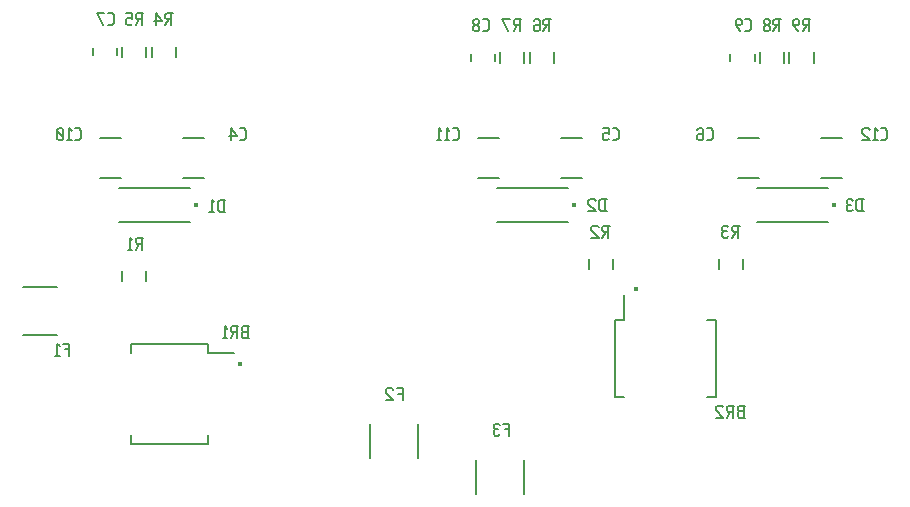
<source format=gbr>
G04 start of page 10 for group -4078 idx -4078 *
G04 Title: EW10A - bias supply, bottomsilk *
G04 Creator: pcb 1.99z *
G04 CreationDate: Wed 13 Aug 2014 11:07:00 PM GMT UTC *
G04 For: eelco *
G04 Format: Gerber/RS-274X *
G04 PCB-Dimensions (mil): 4724.41 3149.61 *
G04 PCB-Coordinate-Origin: lower left *
%MOIN*%
%FSLAX25Y25*%
%LNBOTTOMSILK*%
%ADD85C,0.0080*%
%ADD84C,0.0157*%
%ADD83C,0.0081*%
G54D83*X361024Y179291D02*X383071D01*
X361024Y190787D02*X383071D01*
X384764D01*
X383071Y179291D02*X384764D01*
G54D84*X386732Y185039D03*
G54D83*X352244Y235433D02*Y233071D01*
X360354Y235433D02*Y233071D01*
X362087Y235945D02*Y232559D01*
X370197Y235945D02*Y232559D01*
X382362Y207402D02*X389291D01*
X382362Y194173D02*X389291D01*
X371929Y235945D02*Y232559D01*
X380039Y235945D02*Y232559D01*
X274409Y179291D02*X296457D01*
X274409Y190787D02*X296457D01*
X298150D01*
X296457Y179291D02*X298150D01*
G54D84*X300118Y185039D03*
G54D83*X305000Y167047D02*Y163661D01*
X313110Y167047D02*Y163661D01*
X267598Y100118D02*Y88858D01*
X283583Y100118D02*Y88858D01*
X313937Y146654D02*X316929D01*
X344488D02*X347480D01*
X316929Y155236D02*Y146654D01*
X347480D02*Y121063D01*
X344488D02*X347480D01*
X313937D02*X316929D01*
X313937Y146654D02*Y121063D01*
G54D84*X320669Y157205D03*
G54D83*X348307Y167047D02*Y163661D01*
X356417Y167047D02*Y163661D01*
X354803Y194173D02*X361732D01*
X354803Y207402D02*X361732D01*
X268189D02*X275118D01*
X268189Y194173D02*X275118D01*
X273740Y235433D02*Y233071D01*
X265630Y235433D02*Y233071D01*
X293425Y235945D02*Y232559D01*
X285315Y235945D02*Y232559D01*
X283583Y235945D02*Y232559D01*
X275472Y235945D02*Y232559D01*
X295748Y194173D02*X302677D01*
X295748Y207402D02*X302677D01*
X232165Y111929D02*Y100669D01*
X248150Y111929D02*Y100669D01*
X157598Y237913D02*Y234528D01*
X149488Y237913D02*Y234528D01*
X167441Y237913D02*Y234528D01*
X159331Y237913D02*Y234528D01*
X149488Y163110D02*Y159724D01*
X157598Y163110D02*Y159724D01*
X178150Y138819D02*Y135827D01*
Y108268D02*Y105276D01*
Y135827D02*X186732D01*
X152559Y105276D02*X178150D01*
X152559Y108268D02*Y105276D01*
Y138819D02*Y135827D01*
Y138819D02*X178150D01*
G54D84*X188701Y132087D03*
G54D83*X116417Y157598D02*X127677D01*
X116417Y141614D02*X127677D01*
X148425Y179291D02*X170472D01*
X148425Y190787D02*X170472D01*
X172165D01*
X170472Y179291D02*X172165D01*
G54D84*X174134Y185039D03*
G54D83*X147756Y237402D02*Y235039D01*
X139646Y237402D02*Y235039D01*
X169764Y194173D02*X176693D01*
X169764Y207402D02*X176693D01*
X142205D02*X149134D01*
X142205Y194173D02*X149134D01*
G54D85*X183319Y182756D02*Y186756D01*
X182019D02*X181319Y186056D01*
Y183456D02*Y186056D01*
X182019Y182756D02*X181319Y183456D01*
X182019Y182756D02*X183819D01*
X182019Y186756D02*X183819D01*
X180119Y185956D02*X179319Y186756D01*
Y182756D02*Y186756D01*
X178619Y182756D02*X180119D01*
X154496Y174197D02*X156496D01*
X154496D02*X153996Y173697D01*
Y172697D02*Y173697D01*
X154496Y172197D02*X153996Y172697D01*
X154496Y172197D02*X155996D01*
Y170197D02*Y174197D01*
X155196Y172197D02*X153996Y170197D01*
X152796Y173397D02*X151996Y174197D01*
Y170197D02*Y174197D01*
X151296Y170197D02*X152796D01*
X188945Y206614D02*X190245D01*
X190945Y207314D02*X190245Y206614D01*
X190945Y207314D02*Y209914D01*
X190245Y210614D01*
X188945D02*X190245D01*
X187745Y208114D02*X185745Y210614D01*
X185245Y208114D02*X187745D01*
X185745Y206614D02*Y210614D01*
X189929Y140669D02*X191929D01*
X189929D02*X189429Y141169D01*
Y142369D01*
X189929Y142869D02*X189429Y142369D01*
X189929Y142869D02*X191429D01*
Y140669D02*Y144669D01*
X189929D02*X191929D01*
X189929D02*X189429Y144169D01*
Y143369D02*Y144169D01*
X189929Y142869D02*X189429Y143369D01*
X186229Y144669D02*X188229D01*
X186229D02*X185729Y144169D01*
Y143169D02*Y144169D01*
X186229Y142669D02*X185729Y143169D01*
X186229Y142669D02*X187729D01*
Y140669D02*Y144669D01*
X186929Y142669D02*X185729Y140669D01*
X184529Y143869D02*X183729Y144669D01*
Y140669D02*Y144669D01*
X183029Y140669D02*X184529D01*
X144654Y245000D02*X145954D01*
X146654Y245700D02*X145954Y245000D01*
X146654Y245700D02*Y248300D01*
X145954Y249000D01*
X144654D02*X145954D01*
X142954Y245000D02*X140954Y249000D01*
X143454D01*
X154496D02*X156496D01*
X154496D02*X153996Y248500D01*
Y247500D02*Y248500D01*
X154496Y247000D02*X153996Y247500D01*
X154496Y247000D02*X155996D01*
Y245000D02*Y249000D01*
X155196Y247000D02*X153996Y245000D01*
X150796Y249000D02*X152796D01*
Y247000D02*Y249000D01*
Y247000D02*X152296Y247500D01*
X151296D02*X152296D01*
X151296D02*X150796Y247000D01*
Y245500D02*Y247000D01*
X151296Y245000D02*X150796Y245500D01*
X151296Y245000D02*X152296D01*
X152796Y245500D02*X152296Y245000D01*
X164339Y249000D02*X166339D01*
X164339D02*X163839Y248500D01*
Y247500D02*Y248500D01*
X164339Y247000D02*X163839Y247500D01*
X164339Y247000D02*X165839D01*
Y245000D02*Y249000D01*
X165039Y247000D02*X163839Y245000D01*
X162639Y246500D02*X160639Y249000D01*
X160139Y246500D02*X162639D01*
X160639Y245000D02*Y249000D01*
X133827Y206614D02*X135127D01*
X135827Y207314D02*X135127Y206614D01*
X135827Y207314D02*Y209914D01*
X135127Y210614D01*
X133827D02*X135127D01*
X132627Y209814D02*X131827Y210614D01*
Y206614D02*Y210614D01*
X131127Y206614D02*X132627D01*
X129927Y207114D02*X129427Y206614D01*
X129927Y207114D02*Y210114D01*
X129427Y210614D01*
X128427D02*X129427D01*
X128427D02*X127927Y210114D01*
Y207114D02*Y210114D01*
X128427Y206614D02*X127927Y207114D01*
X128427Y206614D02*X129427D01*
X129927Y207614D02*X127927Y209614D01*
X131890Y134764D02*Y138764D01*
X129890D02*X131890D01*
X130390Y136964D02*X131890D01*
X128690Y137964D02*X127890Y138764D01*
Y134764D02*Y138764D01*
X127190Y134764D02*X128690D01*
X278543Y108189D02*Y112189D01*
X276543D02*X278543D01*
X277043Y110389D02*X278543D01*
X275343Y111689D02*X274843Y112189D01*
X273843D02*X274843D01*
X273843D02*X273343Y111689D01*
X273843Y108189D02*X273343Y108689D01*
X273843Y108189D02*X274843D01*
X275343Y108689D02*X274843Y108189D01*
X273843Y110389D02*X274843D01*
X273343Y110889D02*Y111689D01*
Y108689D02*Y109889D01*
X273843Y110389D01*
X273343Y110889D02*X273843Y110389D01*
X243110Y120000D02*Y124000D01*
X241110D02*X243110D01*
X241610Y122200D02*X243110D01*
X239910Y123500D02*X239410Y124000D01*
X237910D02*X239410D01*
X237910D02*X237410Y123500D01*
Y122500D02*Y123500D01*
X239910Y120000D02*X237410Y122500D01*
Y120000D02*X239910D01*
X396154Y182992D02*Y186992D01*
X394854D02*X394154Y186292D01*
Y183692D02*Y186292D01*
X394854Y182992D02*X394154Y183692D01*
X394854Y182992D02*X396654D01*
X394854Y186992D02*X396654D01*
X392954Y186492D02*X392454Y186992D01*
X391454D02*X392454D01*
X391454D02*X390954Y186492D01*
X391454Y182992D02*X390954Y183492D01*
X391454Y182992D02*X392454D01*
X392954Y183492D02*X392454Y182992D01*
X391454Y185192D02*X392454D01*
X390954Y185692D02*Y186492D01*
Y183492D02*Y184692D01*
X391454Y185192D01*
X390954Y185692D02*X391454Y185192D01*
X402528Y206614D02*X403828D01*
X404528Y207314D02*X403828Y206614D01*
X404528Y207314D02*Y209914D01*
X403828Y210614D01*
X402528D02*X403828D01*
X401328Y209814D02*X400528Y210614D01*
Y206614D02*Y210614D01*
X399828Y206614D02*X401328D01*
X398628Y210114D02*X398128Y210614D01*
X396628D02*X398128D01*
X396628D02*X396128Y210114D01*
Y209114D02*Y210114D01*
X398628Y206614D02*X396128Y209114D01*
Y206614D02*X398628D01*
X355283Y114094D02*X357283D01*
X355283D02*X354783Y114594D01*
Y115794D01*
X355283Y116294D02*X354783Y115794D01*
X355283Y116294D02*X356783D01*
Y114094D02*Y118094D01*
X355283D02*X357283D01*
X355283D02*X354783Y117594D01*
Y116794D02*Y117594D01*
X355283Y116294D02*X354783Y116794D01*
X351583Y118094D02*X353583D01*
X351583D02*X351083Y117594D01*
Y116594D02*Y117594D01*
X351583Y116094D02*X351083Y116594D01*
X351583Y116094D02*X353083D01*
Y114094D02*Y118094D01*
X352283Y116094D02*X351083Y114094D01*
X349883Y117594D02*X349383Y118094D01*
X347883D02*X349383D01*
X347883D02*X347383Y117594D01*
Y116594D02*Y117594D01*
X349883Y114094D02*X347383Y116594D01*
Y114094D02*X349883D01*
X353315Y178134D02*X355315D01*
X353315D02*X352815Y177634D01*
Y176634D02*Y177634D01*
X353315Y176134D02*X352815Y176634D01*
X353315Y176134D02*X354815D01*
Y174134D02*Y178134D01*
X354015Y176134D02*X352815Y174134D01*
X351615Y177634D02*X351115Y178134D01*
X350115D02*X351115D01*
X350115D02*X349615Y177634D01*
X350115Y174134D02*X349615Y174634D01*
X350115Y174134D02*X351115D01*
X351615Y174634D02*X351115Y174134D01*
X350115Y176334D02*X351115D01*
X349615Y176834D02*Y177634D01*
Y174634D02*Y175834D01*
X350115Y176334D01*
X349615Y176834D02*X350115Y176334D01*
X259811Y206614D02*X261111D01*
X261811Y207314D02*X261111Y206614D01*
X261811Y207314D02*Y209914D01*
X261111Y210614D01*
X259811D02*X261111D01*
X258611Y209814D02*X257811Y210614D01*
Y206614D02*Y210614D01*
X257111Y206614D02*X258611D01*
X255911Y209814D02*X255111Y210614D01*
Y206614D02*Y210614D01*
X254411Y206614D02*X255911D01*
X269654Y243031D02*X270954D01*
X271654Y243731D02*X270954Y243031D01*
X271654Y243731D02*Y246331D01*
X270954Y247031D01*
X269654D02*X270954D01*
X268454Y243531D02*X267954Y243031D01*
X268454Y243531D02*Y244331D01*
X267754Y245031D01*
X267154D02*X267754D01*
X267154D02*X266454Y244331D01*
Y243531D02*Y244331D01*
X266954Y243031D02*X266454Y243531D01*
X266954Y243031D02*X267954D01*
X268454Y245731D02*X267754Y245031D01*
X268454Y245731D02*Y246531D01*
X267954Y247031D01*
X266954D02*X267954D01*
X266954D02*X266454Y246531D01*
Y245731D02*Y246531D01*
X267154Y245031D02*X266454Y245731D01*
X290323Y247031D02*X292323D01*
X290323D02*X289823Y246531D01*
Y245531D02*Y246531D01*
X290323Y245031D02*X289823Y245531D01*
X290323Y245031D02*X291823D01*
Y243031D02*Y247031D01*
X291023Y245031D02*X289823Y243031D01*
X287123Y247031D02*X286623Y246531D01*
X287123Y247031D02*X288123D01*
X288623Y246531D02*X288123Y247031D01*
X288623Y243531D02*Y246531D01*
Y243531D02*X288123Y243031D01*
X287123Y245231D02*X286623Y244731D01*
X287123Y245231D02*X288623D01*
X287123Y243031D02*X288123D01*
X287123D02*X286623Y243531D01*
Y244731D01*
X280480Y247031D02*X282480D01*
X280480D02*X279980Y246531D01*
Y245531D02*Y246531D01*
X280480Y245031D02*X279980Y245531D01*
X280480Y245031D02*X281980D01*
Y243031D02*Y247031D01*
X281180Y245031D02*X279980Y243031D01*
X278280D02*X276280Y247031D01*
X278780D01*
X310524Y182992D02*Y186992D01*
X309224D02*X308524Y186292D01*
Y183692D02*Y186292D01*
X309224Y182992D02*X308524Y183692D01*
X309224Y182992D02*X311024D01*
X309224Y186992D02*X311024D01*
X307324Y186492D02*X306824Y186992D01*
X305324D02*X306824D01*
X305324D02*X304824Y186492D01*
Y185492D02*Y186492D01*
X307324Y182992D02*X304824Y185492D01*
Y182992D02*X307324D01*
X312961Y206614D02*X314261D01*
X314961Y207314D02*X314261Y206614D01*
X314961Y207314D02*Y209914D01*
X314261Y210614D01*
X312961D02*X314261D01*
X309761D02*X311761D01*
Y208614D02*Y210614D01*
Y208614D02*X311261Y209114D01*
X310261D02*X311261D01*
X310261D02*X309761Y208614D01*
Y207114D02*Y208614D01*
X310261Y206614D02*X309761Y207114D01*
X310261Y206614D02*X311261D01*
X311761Y207114D02*X311261Y206614D01*
X310008Y178134D02*X312008D01*
X310008D02*X309508Y177634D01*
Y176634D02*Y177634D01*
X310008Y176134D02*X309508Y176634D01*
X310008Y176134D02*X311508D01*
Y174134D02*Y178134D01*
X310708Y176134D02*X309508Y174134D01*
X308308Y177634D02*X307808Y178134D01*
X306308D02*X307808D01*
X306308D02*X305808Y177634D01*
Y176634D02*Y177634D01*
X308308Y174134D02*X305808Y176634D01*
Y174134D02*X308308D01*
X357252Y243031D02*X358552D01*
X359252Y243731D02*X358552Y243031D01*
X359252Y243731D02*Y246331D01*
X358552Y247031D01*
X357252D02*X358552D01*
X355552Y243031D02*X354052Y245031D01*
Y246531D01*
X354552Y247031D02*X354052Y246531D01*
X354552Y247031D02*X355552D01*
X356052Y246531D02*X355552Y247031D01*
X356052Y245531D02*Y246531D01*
Y245531D02*X355552Y245031D01*
X354052D02*X355552D01*
X367094Y247031D02*X369094D01*
X367094D02*X366594Y246531D01*
Y245531D02*Y246531D01*
X367094Y245031D02*X366594Y245531D01*
X367094Y245031D02*X368594D01*
Y243031D02*Y247031D01*
X367794Y245031D02*X366594Y243031D01*
X365394Y243531D02*X364894Y243031D01*
X365394Y243531D02*Y244331D01*
X364694Y245031D01*
X364094D02*X364694D01*
X364094D02*X363394Y244331D01*
Y243531D02*Y244331D01*
X363894Y243031D02*X363394Y243531D01*
X363894Y243031D02*X364894D01*
X365394Y245731D02*X364694Y245031D01*
X365394Y245731D02*Y246531D01*
X364894Y247031D01*
X363894D02*X364894D01*
X363894D02*X363394Y246531D01*
Y245731D02*Y246531D01*
X364094Y245031D02*X363394Y245731D01*
X344457Y206614D02*X345757D01*
X346457Y207314D02*X345757Y206614D01*
X346457Y207314D02*Y209914D01*
X345757Y210614D01*
X344457D02*X345757D01*
X341757D02*X341257Y210114D01*
X341757Y210614D02*X342757D01*
X343257Y210114D02*X342757Y210614D01*
X343257Y207114D02*Y210114D01*
Y207114D02*X342757Y206614D01*
X341757Y208814D02*X341257Y208314D01*
X341757Y208814D02*X343257D01*
X341757Y206614D02*X342757D01*
X341757D02*X341257Y207114D01*
Y208314D01*
X376937Y247031D02*X378937D01*
X376937D02*X376437Y246531D01*
Y245531D02*Y246531D01*
X376937Y245031D02*X376437Y245531D01*
X376937Y245031D02*X378437D01*
Y243031D02*Y247031D01*
X377637Y245031D02*X376437Y243031D01*
X374737D02*X373237Y245031D01*
Y246531D01*
X373737Y247031D02*X373237Y246531D01*
X373737Y247031D02*X374737D01*
X375237Y246531D02*X374737Y247031D01*
X375237Y245531D02*Y246531D01*
Y245531D02*X374737Y245031D01*
X373237D02*X374737D01*
M02*

</source>
